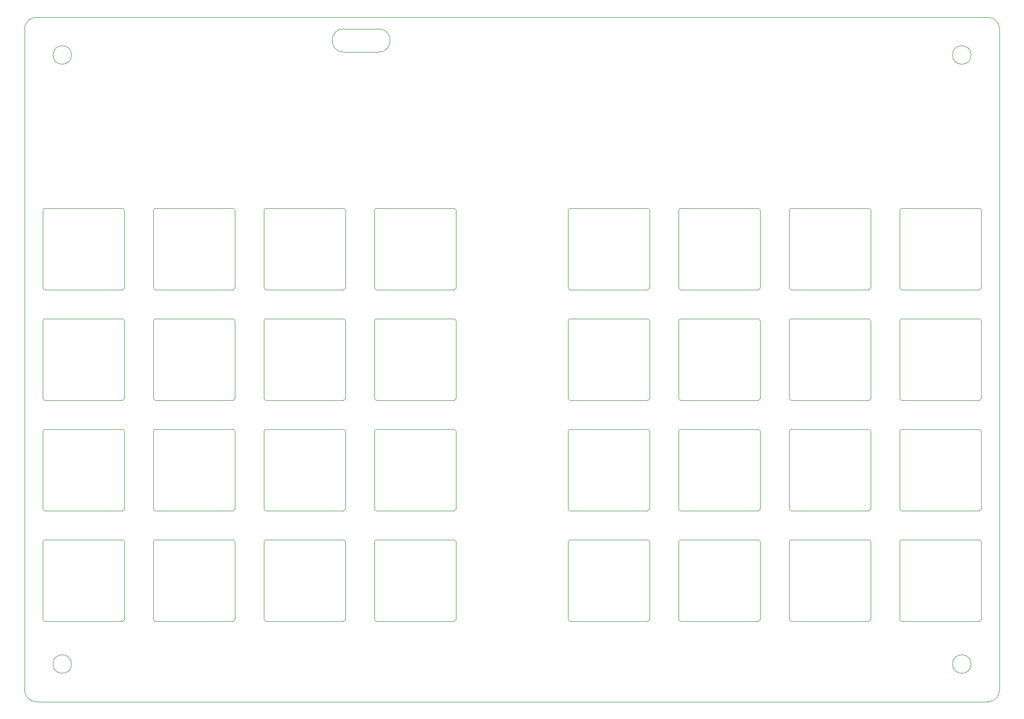
<source format=gbr>
%TF.GenerationSoftware,KiCad,Pcbnew,(6.0.1)*%
%TF.CreationDate,2022-06-19T08:52:03+09:00*%
%TF.ProjectId,yuiop32dm-topplate,7975696f-7033-4326-946d-2d746f70706c,1*%
%TF.SameCoordinates,Original*%
%TF.FileFunction,Profile,NP*%
%FSLAX46Y46*%
G04 Gerber Fmt 4.6, Leading zero omitted, Abs format (unit mm)*
G04 Created by KiCad (PCBNEW (6.0.1)) date 2022-06-19 08:52:03*
%MOMM*%
%LPD*%
G01*
G04 APERTURE LIST*
%TA.AperFunction,Profile*%
%ADD10C,0.050000*%
%TD*%
%TA.AperFunction,Profile*%
%ADD11C,0.100000*%
%TD*%
%TA.AperFunction,Profile*%
%ADD12C,0.120000*%
%TD*%
G04 APERTURE END LIST*
D10*
X68000000Y-31000000D02*
G75*
G03*
X66000000Y-33000000I-1J-1999999D01*
G01*
X68000000Y-31000000D02*
X232000000Y-31000000D01*
X74100000Y-37500000D02*
G75*
G03*
X74100000Y-37500000I-1600000J0D01*
G01*
X66000000Y-147000000D02*
G75*
G03*
X68000000Y-149000000I1999999J-1D01*
G01*
D11*
X121000000Y-33000000D02*
X127000000Y-33000000D01*
X127000000Y-37000000D02*
G75*
G03*
X127000000Y-33000000I0J2000000D01*
G01*
D10*
X232000000Y-149000000D02*
G75*
G03*
X234000000Y-147000000I1J1999999D01*
G01*
X74100000Y-142500000D02*
G75*
G03*
X74100000Y-142500000I-1600000J0D01*
G01*
X229100000Y-142500000D02*
G75*
G03*
X229100000Y-142500000I-1600000J0D01*
G01*
X229100000Y-37500000D02*
G75*
G03*
X229100000Y-37500000I-1600000J0D01*
G01*
X234000000Y-33000000D02*
X234000000Y-147000000D01*
D11*
X127000000Y-37000000D02*
X121000000Y-37000000D01*
D10*
X232000000Y-149000000D02*
X68000000Y-149000000D01*
X66000000Y-147000000D02*
X66000000Y-33000000D01*
X234000000Y-33000000D02*
G75*
G03*
X232000000Y-31000000I-1999999J1D01*
G01*
D11*
X121000000Y-33000000D02*
G75*
G03*
X121000000Y-37000000I0J-2000000D01*
G01*
D12*
%TO.C,KSW24*%
X83181250Y-96700000D02*
X83181250Y-83300000D01*
X82881250Y-83000000D02*
X69481250Y-83000000D01*
X69481250Y-97000000D02*
X82881250Y-97000000D01*
X69181250Y-83300000D02*
X69181250Y-96700000D01*
X69481250Y-83000000D02*
G75*
G03*
X69181250Y-83300000I0J-300000D01*
G01*
X83181250Y-83300000D02*
G75*
G03*
X82881250Y-83000000I-300000J0D01*
G01*
X82881250Y-97000000D02*
G75*
G03*
X83181250Y-96700000I0J300000D01*
G01*
X69181250Y-96700000D02*
G75*
G03*
X69481250Y-97000000I300000J0D01*
G01*
%TO.C,KSW4*%
X159968750Y-77950000D02*
X173368750Y-77950000D01*
X159668750Y-64250000D02*
X159668750Y-77650000D01*
X173368750Y-63950000D02*
X159968750Y-63950000D01*
X173668750Y-77650000D02*
X173668750Y-64250000D01*
X173668750Y-64250000D02*
G75*
G03*
X173368750Y-63950000I-300000J0D01*
G01*
X159968750Y-63950000D02*
G75*
G03*
X159668750Y-64250000I0J-300000D01*
G01*
X159668750Y-77650000D02*
G75*
G03*
X159968750Y-77950000I300000J0D01*
G01*
X173368750Y-77950000D02*
G75*
G03*
X173668750Y-77650000I0J300000D01*
G01*
%TO.C,KSW30*%
X121281250Y-134800000D02*
X121281250Y-121400000D01*
X107581250Y-135100000D02*
X120981250Y-135100000D01*
X120981250Y-121100000D02*
X107581250Y-121100000D01*
X107281250Y-121400000D02*
X107281250Y-134800000D01*
X121281250Y-121400000D02*
G75*
G03*
X120981250Y-121100000I-300000J0D01*
G01*
X107581250Y-121100000D02*
G75*
G03*
X107281250Y-121400000I0J-300000D01*
G01*
X107281250Y-134800000D02*
G75*
G03*
X107581250Y-135100000I300000J0D01*
G01*
X120981250Y-135100000D02*
G75*
G03*
X121281250Y-134800000I0J300000D01*
G01*
%TO.C,KSW12*%
X159968750Y-116050000D02*
X173368750Y-116050000D01*
X173668750Y-115750000D02*
X173668750Y-102350000D01*
X173368750Y-102050000D02*
X159968750Y-102050000D01*
X159668750Y-102350000D02*
X159668750Y-115750000D01*
X173668750Y-102350000D02*
G75*
G03*
X173368750Y-102050000I-300000J0D01*
G01*
X173368750Y-116050000D02*
G75*
G03*
X173668750Y-115750000I0J300000D01*
G01*
X159668750Y-115750000D02*
G75*
G03*
X159968750Y-116050000I300000J0D01*
G01*
X159968750Y-102050000D02*
G75*
G03*
X159668750Y-102350000I0J-300000D01*
G01*
%TO.C,KSW7*%
X192418750Y-83000000D02*
X179018750Y-83000000D01*
X178718750Y-83300000D02*
X178718750Y-96700000D01*
X179018750Y-97000000D02*
X192418750Y-97000000D01*
X192718750Y-96700000D02*
X192718750Y-83300000D01*
X178718750Y-96700000D02*
G75*
G03*
X179018750Y-97000000I300000J0D01*
G01*
X192718750Y-83300000D02*
G75*
G03*
X192418750Y-83000000I-300000J0D01*
G01*
X192418750Y-97000000D02*
G75*
G03*
X192718750Y-96700000I0J300000D01*
G01*
X179018750Y-83000000D02*
G75*
G03*
X178718750Y-83300000I0J-300000D01*
G01*
%TO.C,KSW21*%
X140331250Y-96700000D02*
X140331250Y-83300000D01*
X140031250Y-83000000D02*
X126631250Y-83000000D01*
X126331250Y-83300000D02*
X126331250Y-96700000D01*
X126631250Y-97000000D02*
X140031250Y-97000000D01*
X126331250Y-96700000D02*
G75*
G03*
X126631250Y-97000000I300000J0D01*
G01*
X140331250Y-83300000D02*
G75*
G03*
X140031250Y-83000000I-300000J0D01*
G01*
X126631250Y-83000000D02*
G75*
G03*
X126331250Y-83300000I0J-300000D01*
G01*
X140031250Y-97000000D02*
G75*
G03*
X140331250Y-96700000I0J300000D01*
G01*
%TO.C,KSW5*%
X217118750Y-97000000D02*
X230518750Y-97000000D01*
X230518750Y-83000000D02*
X217118750Y-83000000D01*
X216818750Y-83300000D02*
X216818750Y-96700000D01*
X230818750Y-96700000D02*
X230818750Y-83300000D01*
X217118750Y-83000000D02*
G75*
G03*
X216818750Y-83300000I0J-300000D01*
G01*
X216818750Y-96700000D02*
G75*
G03*
X217118750Y-97000000I300000J0D01*
G01*
X230518750Y-97000000D02*
G75*
G03*
X230818750Y-96700000I0J300000D01*
G01*
X230818750Y-83300000D02*
G75*
G03*
X230518750Y-83000000I-300000J0D01*
G01*
%TO.C,KSW23*%
X101931250Y-83000000D02*
X88531250Y-83000000D01*
X88231250Y-83300000D02*
X88231250Y-96700000D01*
X102231250Y-96700000D02*
X102231250Y-83300000D01*
X88531250Y-97000000D02*
X101931250Y-97000000D01*
X101931250Y-97000000D02*
G75*
G03*
X102231250Y-96700000I0J300000D01*
G01*
X88531250Y-83000000D02*
G75*
G03*
X88231250Y-83300000I0J-300000D01*
G01*
X102231250Y-83300000D02*
G75*
G03*
X101931250Y-83000000I-300000J0D01*
G01*
X88231250Y-96700000D02*
G75*
G03*
X88531250Y-97000000I300000J0D01*
G01*
%TO.C,KSW17*%
X140331250Y-77650000D02*
X140331250Y-64250000D01*
X140031250Y-63950000D02*
X126631250Y-63950000D01*
X126331250Y-64250000D02*
X126331250Y-77650000D01*
X126631250Y-77950000D02*
X140031250Y-77950000D01*
X126631250Y-63950000D02*
G75*
G03*
X126331250Y-64250000I0J-300000D01*
G01*
X126331250Y-77650000D02*
G75*
G03*
X126631250Y-77950000I300000J0D01*
G01*
X140031250Y-77950000D02*
G75*
G03*
X140331250Y-77650000I0J300000D01*
G01*
X140331250Y-64250000D02*
G75*
G03*
X140031250Y-63950000I-300000J0D01*
G01*
%TO.C,KSW11*%
X192418750Y-102050000D02*
X179018750Y-102050000D01*
X178718750Y-102350000D02*
X178718750Y-115750000D01*
X179018750Y-116050000D02*
X192418750Y-116050000D01*
X192718750Y-115750000D02*
X192718750Y-102350000D01*
X192718750Y-102350000D02*
G75*
G03*
X192418750Y-102050000I-300000J0D01*
G01*
X178718750Y-115750000D02*
G75*
G03*
X179018750Y-116050000I300000J0D01*
G01*
X192418750Y-116050000D02*
G75*
G03*
X192718750Y-115750000I0J300000D01*
G01*
X179018750Y-102050000D02*
G75*
G03*
X178718750Y-102350000I0J-300000D01*
G01*
%TO.C,KSW28*%
X82881250Y-102050000D02*
X69481250Y-102050000D01*
X83181250Y-115750000D02*
X83181250Y-102350000D01*
X69481250Y-116050000D02*
X82881250Y-116050000D01*
X69181250Y-102350000D02*
X69181250Y-115750000D01*
X69181250Y-115750000D02*
G75*
G03*
X69481250Y-116050000I300000J0D01*
G01*
X69481250Y-102050000D02*
G75*
G03*
X69181250Y-102350000I0J-300000D01*
G01*
X83181250Y-102350000D02*
G75*
G03*
X82881250Y-102050000I-300000J0D01*
G01*
X82881250Y-116050000D02*
G75*
G03*
X83181250Y-115750000I0J300000D01*
G01*
%TO.C,KSW9*%
X230518750Y-102050000D02*
X217118750Y-102050000D01*
X217118750Y-116050000D02*
X230518750Y-116050000D01*
X230818750Y-115750000D02*
X230818750Y-102350000D01*
X216818750Y-102350000D02*
X216818750Y-115750000D01*
X230518750Y-116050000D02*
G75*
G03*
X230818750Y-115750000I0J300000D01*
G01*
X230818750Y-102350000D02*
G75*
G03*
X230518750Y-102050000I-300000J0D01*
G01*
X217118750Y-102050000D02*
G75*
G03*
X216818750Y-102350000I0J-300000D01*
G01*
X216818750Y-115750000D02*
G75*
G03*
X217118750Y-116050000I300000J0D01*
G01*
%TO.C,KSW2*%
X197768750Y-64250000D02*
X197768750Y-77650000D01*
X211768750Y-77650000D02*
X211768750Y-64250000D01*
X211468750Y-63950000D02*
X198068750Y-63950000D01*
X198068750Y-77950000D02*
X211468750Y-77950000D01*
X197768750Y-77650000D02*
G75*
G03*
X198068750Y-77950000I300000J0D01*
G01*
X211768750Y-64250000D02*
G75*
G03*
X211468750Y-63950000I-300000J0D01*
G01*
X211468750Y-77950000D02*
G75*
G03*
X211768750Y-77650000I0J300000D01*
G01*
X198068750Y-63950000D02*
G75*
G03*
X197768750Y-64250000I0J-300000D01*
G01*
%TO.C,KSW19*%
X101931250Y-63950000D02*
X88531250Y-63950000D01*
X88231250Y-64250000D02*
X88231250Y-77650000D01*
X102231250Y-77650000D02*
X102231250Y-64250000D01*
X88531250Y-77950000D02*
X101931250Y-77950000D01*
X101931250Y-77950000D02*
G75*
G03*
X102231250Y-77650000I0J300000D01*
G01*
X102231250Y-64250000D02*
G75*
G03*
X101931250Y-63950000I-300000J0D01*
G01*
X88531250Y-63950000D02*
G75*
G03*
X88231250Y-64250000I0J-300000D01*
G01*
X88231250Y-77650000D02*
G75*
G03*
X88531250Y-77950000I300000J0D01*
G01*
%TO.C,KSW26*%
X107281250Y-102350000D02*
X107281250Y-115750000D01*
X120981250Y-102050000D02*
X107581250Y-102050000D01*
X107581250Y-116050000D02*
X120981250Y-116050000D01*
X121281250Y-115750000D02*
X121281250Y-102350000D01*
X107581250Y-102050000D02*
G75*
G03*
X107281250Y-102350000I0J-300000D01*
G01*
X107281250Y-115750000D02*
G75*
G03*
X107581250Y-116050000I300000J0D01*
G01*
X121281250Y-102350000D02*
G75*
G03*
X120981250Y-102050000I-300000J0D01*
G01*
X120981250Y-116050000D02*
G75*
G03*
X121281250Y-115750000I0J300000D01*
G01*
%TO.C,KSW3*%
X192418750Y-63950000D02*
X179018750Y-63950000D01*
X178718750Y-64250000D02*
X178718750Y-77650000D01*
X179018750Y-77950000D02*
X192418750Y-77950000D01*
X192718750Y-77650000D02*
X192718750Y-64250000D01*
X192718750Y-64250000D02*
G75*
G03*
X192418750Y-63950000I-300000J0D01*
G01*
X178718750Y-77650000D02*
G75*
G03*
X179018750Y-77950000I300000J0D01*
G01*
X179018750Y-63950000D02*
G75*
G03*
X178718750Y-64250000I0J-300000D01*
G01*
X192418750Y-77950000D02*
G75*
G03*
X192718750Y-77650000I0J300000D01*
G01*
%TO.C,KSW27*%
X88231250Y-102350000D02*
X88231250Y-115750000D01*
X102231250Y-115750000D02*
X102231250Y-102350000D01*
X88531250Y-116050000D02*
X101931250Y-116050000D01*
X101931250Y-102050000D02*
X88531250Y-102050000D01*
X88531250Y-102050000D02*
G75*
G03*
X88231250Y-102350000I0J-300000D01*
G01*
X102231250Y-102350000D02*
G75*
G03*
X101931250Y-102050000I-300000J0D01*
G01*
X101931250Y-116050000D02*
G75*
G03*
X102231250Y-115750000I0J300000D01*
G01*
X88231250Y-115750000D02*
G75*
G03*
X88531250Y-116050000I300000J0D01*
G01*
%TO.C,KSW29*%
X126631250Y-135100000D02*
X140031250Y-135100000D01*
X126331250Y-121400000D02*
X126331250Y-134800000D01*
X140031250Y-121100000D02*
X126631250Y-121100000D01*
X140331250Y-134800000D02*
X140331250Y-121400000D01*
X126331250Y-134800000D02*
G75*
G03*
X126631250Y-135100000I300000J0D01*
G01*
X140331250Y-121400000D02*
G75*
G03*
X140031250Y-121100000I-300000J0D01*
G01*
X126631250Y-121100000D02*
G75*
G03*
X126331250Y-121400000I0J-300000D01*
G01*
X140031250Y-135100000D02*
G75*
G03*
X140331250Y-134800000I0J300000D01*
G01*
%TO.C,KSW32*%
X82881250Y-121100000D02*
X69481250Y-121100000D01*
X69181250Y-121400000D02*
X69181250Y-134800000D01*
X83181250Y-134800000D02*
X83181250Y-121400000D01*
X69481250Y-135100000D02*
X82881250Y-135100000D01*
X82881250Y-135100000D02*
G75*
G03*
X83181250Y-134800000I0J300000D01*
G01*
X69481250Y-121100000D02*
G75*
G03*
X69181250Y-121400000I0J-300000D01*
G01*
X83181250Y-121400000D02*
G75*
G03*
X82881250Y-121100000I-300000J0D01*
G01*
X69181250Y-134800000D02*
G75*
G03*
X69481250Y-135100000I300000J0D01*
G01*
%TO.C,KSW14*%
X198068750Y-135100000D02*
X211468750Y-135100000D01*
X211468750Y-121100000D02*
X198068750Y-121100000D01*
X197768750Y-121400000D02*
X197768750Y-134800000D01*
X211768750Y-134800000D02*
X211768750Y-121400000D01*
X198068750Y-121100000D02*
G75*
G03*
X197768750Y-121400000I0J-300000D01*
G01*
X197768750Y-134800000D02*
G75*
G03*
X198068750Y-135100000I300000J0D01*
G01*
X211468750Y-135100000D02*
G75*
G03*
X211768750Y-134800000I0J300000D01*
G01*
X211768750Y-121400000D02*
G75*
G03*
X211468750Y-121100000I-300000J0D01*
G01*
%TO.C,KSW13*%
X230518750Y-121100000D02*
X217118750Y-121100000D01*
X217118750Y-135100000D02*
X230518750Y-135100000D01*
X230818750Y-134800000D02*
X230818750Y-121400000D01*
X216818750Y-121400000D02*
X216818750Y-134800000D01*
X230818750Y-121400000D02*
G75*
G03*
X230518750Y-121100000I-300000J0D01*
G01*
X216818750Y-134800000D02*
G75*
G03*
X217118750Y-135100000I300000J0D01*
G01*
X230518750Y-135100000D02*
G75*
G03*
X230818750Y-134800000I0J300000D01*
G01*
X217118750Y-121100000D02*
G75*
G03*
X216818750Y-121400000I0J-300000D01*
G01*
%TO.C,KSW1*%
X217118750Y-77950000D02*
X230518750Y-77950000D01*
X216818750Y-64250000D02*
X216818750Y-77650000D01*
X230518750Y-63950000D02*
X217118750Y-63950000D01*
X230818750Y-77650000D02*
X230818750Y-64250000D01*
X216818750Y-77650000D02*
G75*
G03*
X217118750Y-77950000I300000J0D01*
G01*
X230518750Y-77950000D02*
G75*
G03*
X230818750Y-77650000I0J300000D01*
G01*
X217118750Y-63950000D02*
G75*
G03*
X216818750Y-64250000I0J-300000D01*
G01*
X230818750Y-64250000D02*
G75*
G03*
X230518750Y-63950000I-300000J0D01*
G01*
%TO.C,KSW6*%
X211768750Y-96700000D02*
X211768750Y-83300000D01*
X211468750Y-83000000D02*
X198068750Y-83000000D01*
X197768750Y-83300000D02*
X197768750Y-96700000D01*
X198068750Y-97000000D02*
X211468750Y-97000000D01*
X211768750Y-83300000D02*
G75*
G03*
X211468750Y-83000000I-300000J0D01*
G01*
X197768750Y-96700000D02*
G75*
G03*
X198068750Y-97000000I300000J0D01*
G01*
X211468750Y-97000000D02*
G75*
G03*
X211768750Y-96700000I0J300000D01*
G01*
X198068750Y-83000000D02*
G75*
G03*
X197768750Y-83300000I0J-300000D01*
G01*
%TO.C,KSW18*%
X107581250Y-77950000D02*
X120981250Y-77950000D01*
X120981250Y-63950000D02*
X107581250Y-63950000D01*
X121281250Y-77650000D02*
X121281250Y-64250000D01*
X107281250Y-64250000D02*
X107281250Y-77650000D01*
X107581250Y-63950000D02*
G75*
G03*
X107281250Y-64250000I0J-300000D01*
G01*
X121281250Y-64250000D02*
G75*
G03*
X120981250Y-63950000I-300000J0D01*
G01*
X120981250Y-77950000D02*
G75*
G03*
X121281250Y-77650000I0J300000D01*
G01*
X107281250Y-77650000D02*
G75*
G03*
X107581250Y-77950000I300000J0D01*
G01*
%TO.C,KSW22*%
X107581250Y-97000000D02*
X120981250Y-97000000D01*
X120981250Y-83000000D02*
X107581250Y-83000000D01*
X107281250Y-83300000D02*
X107281250Y-96700000D01*
X121281250Y-96700000D02*
X121281250Y-83300000D01*
X121281250Y-83300000D02*
G75*
G03*
X120981250Y-83000000I-300000J0D01*
G01*
X107281250Y-96700000D02*
G75*
G03*
X107581250Y-97000000I300000J0D01*
G01*
X120981250Y-97000000D02*
G75*
G03*
X121281250Y-96700000I0J300000D01*
G01*
X107581250Y-83000000D02*
G75*
G03*
X107281250Y-83300000I0J-300000D01*
G01*
%TO.C,KSW20*%
X83181250Y-77650000D02*
X83181250Y-64250000D01*
X82881250Y-63950000D02*
X69481250Y-63950000D01*
X69481250Y-77950000D02*
X82881250Y-77950000D01*
X69181250Y-64250000D02*
X69181250Y-77650000D01*
X69481250Y-63950000D02*
G75*
G03*
X69181250Y-64250000I0J-300000D01*
G01*
X82881250Y-77950000D02*
G75*
G03*
X83181250Y-77650000I0J300000D01*
G01*
X69181250Y-77650000D02*
G75*
G03*
X69481250Y-77950000I300000J0D01*
G01*
X83181250Y-64250000D02*
G75*
G03*
X82881250Y-63950000I-300000J0D01*
G01*
%TO.C,KSW25*%
X126631250Y-116050000D02*
X140031250Y-116050000D01*
X140031250Y-102050000D02*
X126631250Y-102050000D01*
X140331250Y-115750000D02*
X140331250Y-102350000D01*
X126331250Y-102350000D02*
X126331250Y-115750000D01*
X126631250Y-102050000D02*
G75*
G03*
X126331250Y-102350000I0J-300000D01*
G01*
X140331250Y-102350000D02*
G75*
G03*
X140031250Y-102050000I-300000J0D01*
G01*
X126331250Y-115750000D02*
G75*
G03*
X126631250Y-116050000I300000J0D01*
G01*
X140031250Y-116050000D02*
G75*
G03*
X140331250Y-115750000I0J300000D01*
G01*
%TO.C,KSW16*%
X173368750Y-121100000D02*
X159968750Y-121100000D01*
X173668750Y-134800000D02*
X173668750Y-121400000D01*
X159668750Y-121400000D02*
X159668750Y-134800000D01*
X159968750Y-135100000D02*
X173368750Y-135100000D01*
X173368750Y-135100000D02*
G75*
G03*
X173668750Y-134800000I0J300000D01*
G01*
X173668750Y-121400000D02*
G75*
G03*
X173368750Y-121100000I-300000J0D01*
G01*
X159968750Y-121100000D02*
G75*
G03*
X159668750Y-121400000I0J-300000D01*
G01*
X159668750Y-134800000D02*
G75*
G03*
X159968750Y-135100000I300000J0D01*
G01*
%TO.C,KSW8*%
X159968750Y-97000000D02*
X173368750Y-97000000D01*
X173368750Y-83000000D02*
X159968750Y-83000000D01*
X159668750Y-83300000D02*
X159668750Y-96700000D01*
X173668750Y-96700000D02*
X173668750Y-83300000D01*
X173668750Y-83300000D02*
G75*
G03*
X173368750Y-83000000I-300000J0D01*
G01*
X159668750Y-96700000D02*
G75*
G03*
X159968750Y-97000000I300000J0D01*
G01*
X173368750Y-97000000D02*
G75*
G03*
X173668750Y-96700000I0J300000D01*
G01*
X159968750Y-83000000D02*
G75*
G03*
X159668750Y-83300000I0J-300000D01*
G01*
%TO.C,KSW31*%
X102231250Y-134800000D02*
X102231250Y-121400000D01*
X88531250Y-135100000D02*
X101931250Y-135100000D01*
X101931250Y-121100000D02*
X88531250Y-121100000D01*
X88231250Y-121400000D02*
X88231250Y-134800000D01*
X101931250Y-135100000D02*
G75*
G03*
X102231250Y-134800000I0J300000D01*
G01*
X88531250Y-121100000D02*
G75*
G03*
X88231250Y-121400000I0J-300000D01*
G01*
X102231250Y-121400000D02*
G75*
G03*
X101931250Y-121100000I-300000J0D01*
G01*
X88231250Y-134800000D02*
G75*
G03*
X88531250Y-135100000I300000J0D01*
G01*
%TO.C,KSW15*%
X192718750Y-134800000D02*
X192718750Y-121400000D01*
X179018750Y-135100000D02*
X192418750Y-135100000D01*
X192418750Y-121100000D02*
X179018750Y-121100000D01*
X178718750Y-121400000D02*
X178718750Y-134800000D01*
X192718750Y-121400000D02*
G75*
G03*
X192418750Y-121100000I-300000J0D01*
G01*
X192418750Y-135100000D02*
G75*
G03*
X192718750Y-134800000I0J300000D01*
G01*
X179018750Y-121100000D02*
G75*
G03*
X178718750Y-121400000I0J-300000D01*
G01*
X178718750Y-134800000D02*
G75*
G03*
X179018750Y-135100000I300000J0D01*
G01*
%TO.C,KSW10*%
X197768750Y-102350000D02*
X197768750Y-115750000D01*
X211468750Y-102050000D02*
X198068750Y-102050000D01*
X211768750Y-115750000D02*
X211768750Y-102350000D01*
X198068750Y-116050000D02*
X211468750Y-116050000D01*
X211468750Y-116050000D02*
G75*
G03*
X211768750Y-115750000I0J300000D01*
G01*
X197768750Y-115750000D02*
G75*
G03*
X198068750Y-116050000I300000J0D01*
G01*
X211768750Y-102350000D02*
G75*
G03*
X211468750Y-102050000I-300000J0D01*
G01*
X198068750Y-102050000D02*
G75*
G03*
X197768750Y-102350000I0J-300000D01*
G01*
%TD*%
M02*

</source>
